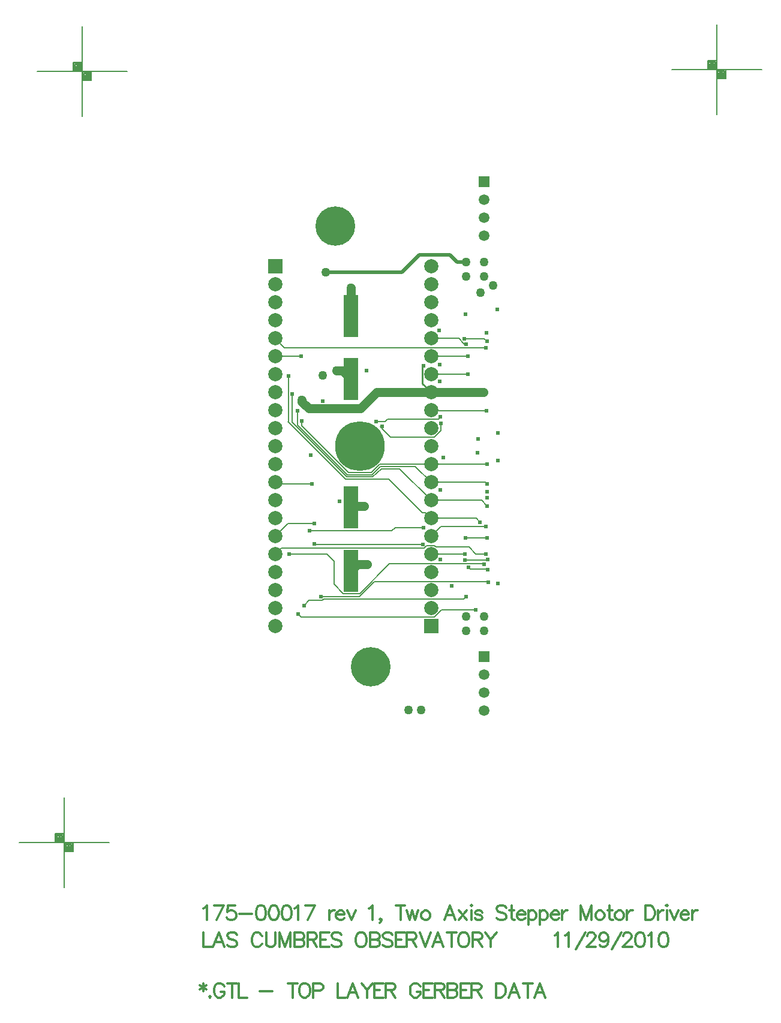
<source format=gtl>
%FSLAX23Y23*%
%MOIN*%
G70*
G01*
G75*
G04 Layer_Physical_Order=1*
G04 Layer_Color=255*
%ADD10R,0.079X0.236*%
%ADD11C,0.007*%
%ADD12C,0.050*%
%ADD13C,0.010*%
%ADD14C,0.020*%
%ADD15C,0.012*%
%ADD16C,0.008*%
%ADD17C,0.012*%
%ADD18C,0.012*%
%ADD19C,0.050*%
%ADD20C,0.079*%
%ADD21R,0.079X0.079*%
%ADD22R,0.059X0.059*%
%ADD23C,0.059*%
%ADD24C,0.276*%
%ADD25C,0.219*%
%ADD26C,0.024*%
D10*
X31838Y22190D02*
D03*
Y22542D02*
D03*
Y21477D02*
D03*
Y21125D02*
D03*
D11*
X32339Y21372D02*
X32589D01*
X32283Y21316D02*
X32339Y21372D01*
X32283Y21516D02*
X32563D01*
X32585Y21616D02*
X32594Y21607D01*
X32283Y21616D02*
X32585D01*
X32284Y21717D02*
X32593D01*
X32283Y21716D02*
X32284Y21717D01*
X32284Y22014D02*
X32592D01*
X32283Y22016D02*
X32284Y22014D01*
X32283Y21216D02*
X32470D01*
X32470Y21216D01*
X32468Y22413D02*
X32579D01*
X32593Y22399D01*
X32475Y21308D02*
X32594D01*
X32474Y21307D02*
X32475Y21308D01*
X32469Y22383D02*
X32476D01*
X32283Y22416D02*
X32436D01*
X32469Y22383D01*
X32471Y21183D02*
X32472Y21184D01*
X32284Y22217D02*
X32486D01*
X32283Y22216D02*
X32284Y22217D01*
X32283Y22316D02*
X32489D01*
X32489Y22316D01*
X32595Y21484D02*
X32601D01*
X32563Y21516D02*
X32595Y21484D01*
X32534Y21416D02*
X32555Y21395D01*
X32283Y21416D02*
X32534D01*
X32236Y21272D02*
X32240Y21268D01*
X31635Y21272D02*
X32236D01*
X31634Y21273D02*
X31635Y21272D01*
X32083Y21365D02*
X32241D01*
X32065Y21347D02*
X32083Y21365D01*
X31607Y21347D02*
X32065D01*
X32041Y21968D02*
X32324D01*
X32028Y21955D02*
X32041Y21968D01*
X31979Y21955D02*
X32028D01*
X32339Y21904D02*
Y21945D01*
X32302Y21868D02*
X32339Y21904D01*
X32056Y21868D02*
X32302D01*
X32001Y21927D02*
X32002D01*
X32531Y21218D02*
X32587D01*
X32493Y21256D02*
X32531Y21218D01*
X32302Y21264D02*
X32310Y21256D01*
X32256Y21264D02*
X32302D01*
X32310Y21256D02*
X32493D01*
X32244Y21252D02*
X32256Y21264D01*
X32193Y21252D02*
X32244D01*
X32193Y21251D02*
X32193Y21252D01*
X31881Y21251D02*
X32193D01*
X31881Y21251D02*
X31881Y21251D01*
X31452Y21251D02*
X31881D01*
X31416Y21216D02*
X31452Y21251D01*
X32501Y21134D02*
X32597D01*
X32492Y21143D02*
X32501Y21134D01*
X32573Y21164D02*
X32578Y21159D01*
X32480Y21164D02*
X32573D01*
X32479Y21163D02*
X32480Y21164D01*
X32304Y21163D02*
X32479D01*
X31795Y20998D02*
X31886D01*
X32302Y21164D02*
X32304Y21163D01*
X32051Y21164D02*
X32302D01*
X31886Y20998D02*
X32051Y21164D01*
X31743Y21050D02*
X31795Y20998D01*
X31743Y21050D02*
Y21178D01*
X31494Y21218D02*
X31703D01*
X31743Y21178D01*
X32598Y21064D02*
X32602Y21059D01*
X31968Y21064D02*
X32598D01*
X31670Y20981D02*
X31885D01*
X31487Y21386D02*
X31634D01*
X31416Y21316D02*
X31487Y21386D01*
X31885Y20981D02*
X31968Y21064D01*
X32463Y20968D02*
X32476Y20981D01*
X31686Y20968D02*
X32463D01*
X31678Y20961D02*
X31686Y20968D01*
X31604Y20961D02*
X31678D01*
X31576Y20932D02*
X31604Y20961D01*
X31424Y21608D02*
X31622D01*
X31416Y21616D02*
X31424Y21608D01*
X32341Y20906D02*
X32531D01*
X32302Y20868D02*
X32341Y20906D01*
X31561Y20868D02*
X32302D01*
X31545Y20884D02*
X31561Y20868D01*
X31560Y22316D02*
X31560Y22316D01*
X31416Y22316D02*
X31560D01*
X31996Y21716D02*
X32283D01*
X31950Y21670D02*
X31996Y21716D01*
X31823Y21670D02*
X31950D01*
X32195Y21704D02*
X32283Y21616D01*
X32001Y21704D02*
X32195D01*
X31955Y21658D02*
X32001Y21704D01*
X31818Y21658D02*
X31955D01*
X32107Y21692D02*
X32283Y21516D01*
X32006Y21692D02*
X32107D01*
X31959Y21646D02*
X32006Y21692D01*
X31813Y21646D02*
X31959D01*
X32252Y21447D02*
X32283Y21416D01*
X32233Y21447D02*
X32252D01*
X31808Y21634D02*
X32046D01*
X32233Y21447D01*
X31530Y21929D02*
Y21930D01*
X31510Y21950D02*
Y21950D01*
Y21950D02*
X31530Y21930D01*
X31489Y21953D02*
X31808Y21634D01*
X31530Y21929D02*
X31813Y21646D01*
X31542Y21934D02*
X31818Y21658D01*
X31563Y21930D02*
X31823Y21670D01*
X31563Y21930D02*
Y21957D01*
X31564Y21957D01*
X31542Y21934D02*
Y22015D01*
X31542Y22015D02*
X31542Y22015D01*
X31510Y21950D02*
Y22107D01*
X31511Y22108D01*
X31489Y21953D02*
X31490Y21954D01*
Y22208D01*
X31469Y22364D02*
X32302D01*
X31416Y22416D02*
X31469Y22364D01*
X32585Y22363D02*
X32586Y22363D01*
X32304Y22363D02*
X32585D01*
X32302Y22364D02*
X32304Y22363D01*
X32010Y21914D02*
X32056Y21868D01*
X32010Y21914D02*
Y21918D01*
X32001Y21927D02*
X32010Y21918D01*
X32472Y21184D02*
X32599D01*
X32324Y21968D02*
X32333Y21977D01*
X32333Y21977D02*
X32333Y21977D01*
X32333Y21977D02*
Y21979D01*
D12*
X31838Y21125D02*
X31875Y21162D01*
X31926D01*
X31838Y21477D02*
X31845Y21484D01*
X31912D01*
X31791Y22237D02*
X31838Y22190D01*
X31757Y22237D02*
X31791D01*
X31838Y22542D02*
Y22697D01*
X32283Y22116D02*
X32285Y22118D01*
X32573D01*
X31981Y22116D02*
X32283D01*
X31891Y22026D02*
X31981Y22116D01*
X31603Y22026D02*
X31891D01*
X31564Y22065D02*
X31603Y22026D01*
X31564Y22065D02*
Y22075D01*
D13*
X32233Y22259D02*
X32240Y22265D01*
X32233Y22165D02*
Y22259D01*
Y22165D02*
X32283Y22116D01*
D14*
X32428Y22841D02*
X32476D01*
X32388Y22881D02*
X32428Y22841D01*
X32219Y22881D02*
X32388D01*
X32122Y22784D02*
X32219Y22881D01*
X31698Y22784D02*
X32122D01*
D15*
X31016Y18832D02*
Y18786D01*
X30997Y18821D02*
X31035Y18798D01*
Y18821D02*
X30997Y18798D01*
X31055Y18760D02*
X31051Y18756D01*
X31055Y18752D01*
X31059Y18756D01*
X31055Y18760D01*
X31133Y18813D02*
X31130Y18821D01*
X31122Y18828D01*
X31114Y18832D01*
X31099D01*
X31092Y18828D01*
X31084Y18821D01*
X31080Y18813D01*
X31076Y18802D01*
Y18783D01*
X31080Y18771D01*
X31084Y18763D01*
X31092Y18756D01*
X31099Y18752D01*
X31114D01*
X31122Y18756D01*
X31130Y18763D01*
X31133Y18771D01*
Y18783D01*
X31114D02*
X31133D01*
X31178Y18832D02*
Y18752D01*
X31152Y18832D02*
X31205D01*
X31215D02*
Y18752D01*
X31260D01*
X31332Y18786D02*
X31400D01*
X31514Y18832D02*
Y18752D01*
X31487Y18832D02*
X31540D01*
X31573D02*
X31565Y18828D01*
X31557Y18821D01*
X31554Y18813D01*
X31550Y18802D01*
Y18783D01*
X31554Y18771D01*
X31557Y18763D01*
X31565Y18756D01*
X31573Y18752D01*
X31588D01*
X31595Y18756D01*
X31603Y18763D01*
X31607Y18771D01*
X31611Y18783D01*
Y18802D01*
X31607Y18813D01*
X31603Y18821D01*
X31595Y18828D01*
X31588Y18832D01*
X31573D01*
X31629Y18790D02*
X31664D01*
X31675Y18794D01*
X31679Y18798D01*
X31683Y18805D01*
Y18817D01*
X31679Y18824D01*
X31675Y18828D01*
X31664Y18832D01*
X31629D01*
Y18752D01*
X31763Y18832D02*
Y18752D01*
X31809D01*
X31879D02*
X31848Y18832D01*
X31818Y18752D01*
X31829Y18779D02*
X31867D01*
X31898Y18832D02*
X31928Y18794D01*
Y18752D01*
X31958Y18832D02*
X31928Y18794D01*
X32018Y18832D02*
X31969D01*
Y18752D01*
X32018D01*
X31969Y18794D02*
X31999D01*
X32032Y18832D02*
Y18752D01*
Y18832D02*
X32066D01*
X32077Y18828D01*
X32081Y18824D01*
X32085Y18817D01*
Y18809D01*
X32081Y18802D01*
X32077Y18798D01*
X32066Y18794D01*
X32032D01*
X32058D02*
X32085Y18752D01*
X32223Y18813D02*
X32219Y18821D01*
X32211Y18828D01*
X32204Y18832D01*
X32188D01*
X32181Y18828D01*
X32173Y18821D01*
X32169Y18813D01*
X32166Y18802D01*
Y18783D01*
X32169Y18771D01*
X32173Y18763D01*
X32181Y18756D01*
X32188Y18752D01*
X32204D01*
X32211Y18756D01*
X32219Y18763D01*
X32223Y18771D01*
Y18783D01*
X32204D02*
X32223D01*
X32291Y18832D02*
X32241D01*
Y18752D01*
X32291D01*
X32241Y18794D02*
X32272D01*
X32304Y18832D02*
Y18752D01*
Y18832D02*
X32338D01*
X32350Y18828D01*
X32353Y18824D01*
X32357Y18817D01*
Y18809D01*
X32353Y18802D01*
X32350Y18798D01*
X32338Y18794D01*
X32304D01*
X32331D02*
X32357Y18752D01*
X32375Y18832D02*
Y18752D01*
Y18832D02*
X32409D01*
X32421Y18828D01*
X32425Y18824D01*
X32428Y18817D01*
Y18809D01*
X32425Y18802D01*
X32421Y18798D01*
X32409Y18794D01*
X32375D02*
X32409D01*
X32421Y18790D01*
X32425Y18786D01*
X32428Y18779D01*
Y18767D01*
X32425Y18760D01*
X32421Y18756D01*
X32409Y18752D01*
X32375D01*
X32496Y18832D02*
X32446D01*
Y18752D01*
X32496D01*
X32446Y18794D02*
X32477D01*
X32509Y18832D02*
Y18752D01*
Y18832D02*
X32543D01*
X32555Y18828D01*
X32559Y18824D01*
X32563Y18817D01*
Y18809D01*
X32559Y18802D01*
X32555Y18798D01*
X32543Y18794D01*
X32509D01*
X32536D02*
X32563Y18752D01*
X32643Y18832D02*
Y18752D01*
Y18832D02*
X32670D01*
X32681Y18828D01*
X32689Y18821D01*
X32693Y18813D01*
X32697Y18802D01*
Y18783D01*
X32693Y18771D01*
X32689Y18763D01*
X32681Y18756D01*
X32670Y18752D01*
X32643D01*
X32775D02*
X32745Y18832D01*
X32714Y18752D01*
X32726Y18779D02*
X32764D01*
X32821Y18832D02*
Y18752D01*
X32794Y18832D02*
X32847D01*
X32918Y18752D02*
X32887Y18832D01*
X32857Y18752D01*
X32868Y18779D02*
X32906D01*
D16*
X33620Y23910D02*
X34120D01*
X33870Y23660D02*
Y24160D01*
X33820Y23910D02*
Y23960D01*
X33870D01*
X33920Y23860D02*
Y23910D01*
X33870Y23860D02*
X33920D01*
X33875Y23905D02*
X33915D01*
Y23865D02*
Y23905D01*
X33875Y23865D02*
X33915D01*
X33875D02*
Y23905D01*
X33880Y23900D02*
X33910D01*
Y23870D02*
Y23900D01*
X33880Y23870D02*
X33910D01*
X33880D02*
Y23895D01*
X33885D02*
X33905D01*
Y23875D02*
Y23895D01*
X33885Y23875D02*
X33905D01*
X33885D02*
Y23890D01*
X33890D02*
X33900D01*
Y23880D02*
Y23890D01*
X33890Y23880D02*
X33900D01*
X33890D02*
Y23890D01*
Y23885D02*
X33900D01*
X33825Y23955D02*
X33865D01*
Y23915D02*
Y23955D01*
X33825Y23915D02*
X33865D01*
X33825D02*
Y23955D01*
X33830Y23950D02*
X33860D01*
Y23920D02*
Y23950D01*
X33830Y23920D02*
X33860D01*
X33830D02*
Y23945D01*
X33835D02*
X33855D01*
Y23925D02*
Y23945D01*
X33835Y23925D02*
X33855D01*
X33835D02*
Y23940D01*
X33840D02*
X33850D01*
Y23930D02*
Y23940D01*
X33840Y23930D02*
X33850D01*
X33840D02*
Y23940D01*
Y23935D02*
X33850D01*
X30094Y23901D02*
X30594D01*
X30344Y23651D02*
Y24151D01*
X30294Y23901D02*
Y23951D01*
X30344D01*
X30394Y23851D02*
Y23901D01*
X30344Y23851D02*
X30394D01*
X30349Y23896D02*
X30389D01*
Y23856D02*
Y23896D01*
X30349Y23856D02*
X30389D01*
X30349D02*
Y23896D01*
X30354Y23891D02*
X30384D01*
Y23861D02*
Y23891D01*
X30354Y23861D02*
X30384D01*
X30354D02*
Y23886D01*
X30359D02*
X30379D01*
Y23866D02*
Y23886D01*
X30359Y23866D02*
X30379D01*
X30359D02*
Y23881D01*
X30364D02*
X30374D01*
Y23871D02*
Y23881D01*
X30364Y23871D02*
X30374D01*
X30364D02*
Y23881D01*
Y23876D02*
X30374D01*
X30299Y23946D02*
X30339D01*
Y23906D02*
Y23946D01*
X30299Y23906D02*
X30339D01*
X30299D02*
Y23946D01*
X30304Y23941D02*
X30334D01*
Y23911D02*
Y23941D01*
X30304Y23911D02*
X30334D01*
X30304D02*
Y23936D01*
X30309D02*
X30329D01*
Y23916D02*
Y23936D01*
X30309Y23916D02*
X30329D01*
X30309D02*
Y23931D01*
X30314D02*
X30324D01*
Y23921D02*
Y23931D01*
X30314Y23921D02*
X30324D01*
X30314D02*
Y23931D01*
Y23926D02*
X30324D01*
X29995Y19615D02*
X30495D01*
X30245Y19365D02*
Y19865D01*
X30195Y19615D02*
Y19665D01*
X30245D01*
X30295Y19565D02*
Y19615D01*
X30245Y19565D02*
X30295D01*
X30250Y19610D02*
X30290D01*
Y19570D02*
Y19610D01*
X30250Y19570D02*
X30290D01*
X30250D02*
Y19610D01*
X30255Y19605D02*
X30285D01*
Y19575D02*
Y19605D01*
X30255Y19575D02*
X30285D01*
X30255D02*
Y19600D01*
X30260D02*
X30280D01*
Y19580D02*
Y19600D01*
X30260Y19580D02*
X30280D01*
X30260D02*
Y19595D01*
X30265D02*
X30275D01*
Y19585D02*
Y19595D01*
X30265Y19585D02*
X30275D01*
X30265D02*
Y19595D01*
Y19590D02*
X30275D01*
X30200Y19660D02*
X30240D01*
Y19620D02*
Y19660D01*
X30200Y19620D02*
X30240D01*
X30200D02*
Y19660D01*
X30205Y19655D02*
X30235D01*
Y19625D02*
Y19655D01*
X30205Y19625D02*
X30235D01*
X30205D02*
Y19650D01*
X30210D02*
X30230D01*
Y19630D02*
Y19650D01*
X30210Y19630D02*
X30230D01*
X30210D02*
Y19645D01*
X30215D02*
X30225D01*
Y19635D02*
Y19645D01*
X30215Y19635D02*
X30225D01*
X30215D02*
Y19645D01*
Y19640D02*
X30225D01*
D17*
X31018Y19247D02*
X31025Y19251D01*
X31037Y19263D01*
Y19183D01*
X31130Y19263D02*
X31092Y19183D01*
X31076Y19263D02*
X31130D01*
X31193D02*
X31155D01*
X31151Y19228D01*
X31155Y19232D01*
X31167Y19236D01*
X31178D01*
X31190Y19232D01*
X31197Y19225D01*
X31201Y19213D01*
Y19205D01*
X31197Y19194D01*
X31190Y19186D01*
X31178Y19183D01*
X31167D01*
X31155Y19186D01*
X31151Y19190D01*
X31148Y19198D01*
X31219Y19217D02*
X31287D01*
X31334Y19263D02*
X31322Y19259D01*
X31315Y19247D01*
X31311Y19228D01*
Y19217D01*
X31315Y19198D01*
X31322Y19186D01*
X31334Y19183D01*
X31342D01*
X31353Y19186D01*
X31361Y19198D01*
X31364Y19217D01*
Y19228D01*
X31361Y19247D01*
X31353Y19259D01*
X31342Y19263D01*
X31334D01*
X31405D02*
X31394Y19259D01*
X31386Y19247D01*
X31382Y19228D01*
Y19217D01*
X31386Y19198D01*
X31394Y19186D01*
X31405Y19183D01*
X31413D01*
X31424Y19186D01*
X31432Y19198D01*
X31436Y19217D01*
Y19228D01*
X31432Y19247D01*
X31424Y19259D01*
X31413Y19263D01*
X31405D01*
X31476D02*
X31465Y19259D01*
X31457Y19247D01*
X31454Y19228D01*
Y19217D01*
X31457Y19198D01*
X31465Y19186D01*
X31476Y19183D01*
X31484D01*
X31495Y19186D01*
X31503Y19198D01*
X31507Y19217D01*
Y19228D01*
X31503Y19247D01*
X31495Y19259D01*
X31484Y19263D01*
X31476D01*
X31525Y19247D02*
X31532Y19251D01*
X31544Y19263D01*
Y19183D01*
X31637Y19263D02*
X31599Y19183D01*
X31583Y19263D02*
X31637D01*
X31717Y19236D02*
Y19183D01*
Y19213D02*
X31721Y19225D01*
X31729Y19232D01*
X31736Y19236D01*
X31748D01*
X31755Y19213D02*
X31801D01*
Y19221D01*
X31797Y19228D01*
X31793Y19232D01*
X31786Y19236D01*
X31774D01*
X31767Y19232D01*
X31759Y19225D01*
X31755Y19213D01*
Y19205D01*
X31759Y19194D01*
X31767Y19186D01*
X31774Y19183D01*
X31786D01*
X31793Y19186D01*
X31801Y19194D01*
X31818Y19236D02*
X31841Y19183D01*
X31864Y19236D02*
X31841Y19183D01*
X31939Y19247D02*
X31947Y19251D01*
X31959Y19263D01*
Y19183D01*
X32006Y19186D02*
X32002Y19183D01*
X31998Y19186D01*
X32002Y19190D01*
X32006Y19186D01*
Y19179D01*
X32002Y19171D01*
X31998Y19167D01*
X32113Y19263D02*
Y19183D01*
X32086Y19263D02*
X32139D01*
X32149Y19236D02*
X32164Y19183D01*
X32179Y19236D02*
X32164Y19183D01*
X32179Y19236D02*
X32195Y19183D01*
X32210Y19236D02*
X32195Y19183D01*
X32248Y19236D02*
X32240Y19232D01*
X32232Y19225D01*
X32229Y19213D01*
Y19205D01*
X32232Y19194D01*
X32240Y19186D01*
X32248Y19183D01*
X32259D01*
X32267Y19186D01*
X32274Y19194D01*
X32278Y19205D01*
Y19213D01*
X32274Y19225D01*
X32267Y19232D01*
X32259Y19236D01*
X32248D01*
X32419Y19183D02*
X32389Y19263D01*
X32358Y19183D01*
X32370Y19209D02*
X32408D01*
X32438Y19236D02*
X32480Y19183D01*
Y19236D02*
X32438Y19183D01*
X32504Y19263D02*
X32508Y19259D01*
X32512Y19263D01*
X32508Y19266D01*
X32504Y19263D01*
X32508Y19236D02*
Y19183D01*
X32568Y19225D02*
X32564Y19232D01*
X32553Y19236D01*
X32541D01*
X32530Y19232D01*
X32526Y19225D01*
X32530Y19217D01*
X32537Y19213D01*
X32557Y19209D01*
X32564Y19205D01*
X32568Y19198D01*
Y19194D01*
X32564Y19186D01*
X32553Y19183D01*
X32541D01*
X32530Y19186D01*
X32526Y19194D01*
X32701Y19251D02*
X32693Y19259D01*
X32682Y19263D01*
X32667D01*
X32655Y19259D01*
X32648Y19251D01*
Y19244D01*
X32651Y19236D01*
X32655Y19232D01*
X32663Y19228D01*
X32686Y19221D01*
X32693Y19217D01*
X32697Y19213D01*
X32701Y19205D01*
Y19194D01*
X32693Y19186D01*
X32682Y19183D01*
X32667D01*
X32655Y19186D01*
X32648Y19194D01*
X32730Y19263D02*
Y19198D01*
X32734Y19186D01*
X32742Y19183D01*
X32749D01*
X32719Y19236D02*
X32745D01*
X32761Y19213D02*
X32806D01*
Y19221D01*
X32803Y19228D01*
X32799Y19232D01*
X32791Y19236D01*
X32780D01*
X32772Y19232D01*
X32764Y19225D01*
X32761Y19213D01*
Y19205D01*
X32764Y19194D01*
X32772Y19186D01*
X32780Y19183D01*
X32791D01*
X32799Y19186D01*
X32806Y19194D01*
X32823Y19236D02*
Y19156D01*
Y19225D02*
X32831Y19232D01*
X32839Y19236D01*
X32850D01*
X32858Y19232D01*
X32865Y19225D01*
X32869Y19213D01*
Y19205D01*
X32865Y19194D01*
X32858Y19186D01*
X32850Y19183D01*
X32839D01*
X32831Y19186D01*
X32823Y19194D01*
X32886Y19236D02*
Y19156D01*
Y19225D02*
X32894Y19232D01*
X32902Y19236D01*
X32913D01*
X32921Y19232D01*
X32928Y19225D01*
X32932Y19213D01*
Y19205D01*
X32928Y19194D01*
X32921Y19186D01*
X32913Y19183D01*
X32902D01*
X32894Y19186D01*
X32886Y19194D01*
X32949Y19213D02*
X32995D01*
Y19221D01*
X32991Y19228D01*
X32987Y19232D01*
X32980Y19236D01*
X32968D01*
X32961Y19232D01*
X32953Y19225D01*
X32949Y19213D01*
Y19205D01*
X32953Y19194D01*
X32961Y19186D01*
X32968Y19183D01*
X32980D01*
X32987Y19186D01*
X32995Y19194D01*
X33012Y19236D02*
Y19183D01*
Y19213D02*
X33016Y19225D01*
X33023Y19232D01*
X33031Y19236D01*
X33042D01*
X33113Y19263D02*
Y19183D01*
Y19263D02*
X33143Y19183D01*
X33174Y19263D02*
X33143Y19183D01*
X33174Y19263D02*
Y19183D01*
X33215Y19236D02*
X33208Y19232D01*
X33200Y19225D01*
X33196Y19213D01*
Y19205D01*
X33200Y19194D01*
X33208Y19186D01*
X33215Y19183D01*
X33227D01*
X33234Y19186D01*
X33242Y19194D01*
X33246Y19205D01*
Y19213D01*
X33242Y19225D01*
X33234Y19232D01*
X33227Y19236D01*
X33215D01*
X33275Y19263D02*
Y19198D01*
X33279Y19186D01*
X33286Y19183D01*
X33294D01*
X33263Y19236D02*
X33290D01*
X33324D02*
X33317Y19232D01*
X33309Y19225D01*
X33305Y19213D01*
Y19205D01*
X33309Y19194D01*
X33317Y19186D01*
X33324Y19183D01*
X33336D01*
X33343Y19186D01*
X33351Y19194D01*
X33355Y19205D01*
Y19213D01*
X33351Y19225D01*
X33343Y19232D01*
X33336Y19236D01*
X33324D01*
X33372D02*
Y19183D01*
Y19213D02*
X33376Y19225D01*
X33384Y19232D01*
X33391Y19236D01*
X33403D01*
X33473Y19263D02*
Y19183D01*
Y19263D02*
X33500D01*
X33511Y19259D01*
X33519Y19251D01*
X33522Y19244D01*
X33526Y19232D01*
Y19213D01*
X33522Y19202D01*
X33519Y19194D01*
X33511Y19186D01*
X33500Y19183D01*
X33473D01*
X33544Y19236D02*
Y19183D01*
Y19213D02*
X33548Y19225D01*
X33556Y19232D01*
X33563Y19236D01*
X33575D01*
X33589Y19263D02*
X33593Y19259D01*
X33597Y19263D01*
X33593Y19266D01*
X33589Y19263D01*
X33593Y19236D02*
Y19183D01*
X33611Y19236D02*
X33634Y19183D01*
X33657Y19236D02*
X33634Y19183D01*
X33670Y19213D02*
X33715D01*
Y19221D01*
X33712Y19228D01*
X33708Y19232D01*
X33700Y19236D01*
X33689D01*
X33681Y19232D01*
X33674Y19225D01*
X33670Y19213D01*
Y19205D01*
X33674Y19194D01*
X33681Y19186D01*
X33689Y19183D01*
X33700D01*
X33708Y19186D01*
X33715Y19194D01*
X33733Y19236D02*
Y19183D01*
Y19213D02*
X33736Y19225D01*
X33744Y19232D01*
X33752Y19236D01*
X33763D01*
D18*
X31018Y19113D02*
Y19033D01*
X31063D01*
X31133D02*
X31103Y19113D01*
X31072Y19033D01*
X31084Y19059D02*
X31122D01*
X31205Y19101D02*
X31198Y19109D01*
X31186Y19113D01*
X31171D01*
X31159Y19109D01*
X31152Y19101D01*
Y19094D01*
X31156Y19086D01*
X31159Y19082D01*
X31167Y19078D01*
X31190Y19071D01*
X31198Y19067D01*
X31201Y19063D01*
X31205Y19055D01*
Y19044D01*
X31198Y19036D01*
X31186Y19033D01*
X31171D01*
X31159Y19036D01*
X31152Y19044D01*
X31343Y19094D02*
X31339Y19101D01*
X31332Y19109D01*
X31324Y19113D01*
X31309D01*
X31301Y19109D01*
X31294Y19101D01*
X31290Y19094D01*
X31286Y19082D01*
Y19063D01*
X31290Y19052D01*
X31294Y19044D01*
X31301Y19036D01*
X31309Y19033D01*
X31324D01*
X31332Y19036D01*
X31339Y19044D01*
X31343Y19052D01*
X31366Y19113D02*
Y19055D01*
X31369Y19044D01*
X31377Y19036D01*
X31388Y19033D01*
X31396D01*
X31407Y19036D01*
X31415Y19044D01*
X31419Y19055D01*
Y19113D01*
X31441D02*
Y19033D01*
Y19113D02*
X31471Y19033D01*
X31502Y19113D02*
X31471Y19033D01*
X31502Y19113D02*
Y19033D01*
X31525Y19113D02*
Y19033D01*
Y19113D02*
X31559D01*
X31570Y19109D01*
X31574Y19105D01*
X31578Y19097D01*
Y19090D01*
X31574Y19082D01*
X31570Y19078D01*
X31559Y19075D01*
X31525D02*
X31559D01*
X31570Y19071D01*
X31574Y19067D01*
X31578Y19059D01*
Y19048D01*
X31574Y19040D01*
X31570Y19036D01*
X31559Y19033D01*
X31525D01*
X31596Y19113D02*
Y19033D01*
Y19113D02*
X31630D01*
X31642Y19109D01*
X31645Y19105D01*
X31649Y19097D01*
Y19090D01*
X31645Y19082D01*
X31642Y19078D01*
X31630Y19075D01*
X31596D01*
X31623D02*
X31649Y19033D01*
X31717Y19113D02*
X31667D01*
Y19033D01*
X31717D01*
X31667Y19075D02*
X31698D01*
X31783Y19101D02*
X31776Y19109D01*
X31764Y19113D01*
X31749D01*
X31738Y19109D01*
X31730Y19101D01*
Y19094D01*
X31734Y19086D01*
X31738Y19082D01*
X31745Y19078D01*
X31768Y19071D01*
X31776Y19067D01*
X31780Y19063D01*
X31783Y19055D01*
Y19044D01*
X31776Y19036D01*
X31764Y19033D01*
X31749D01*
X31738Y19036D01*
X31730Y19044D01*
X31887Y19113D02*
X31879Y19109D01*
X31872Y19101D01*
X31868Y19094D01*
X31864Y19082D01*
Y19063D01*
X31868Y19052D01*
X31872Y19044D01*
X31879Y19036D01*
X31887Y19033D01*
X31902D01*
X31910Y19036D01*
X31917Y19044D01*
X31921Y19052D01*
X31925Y19063D01*
Y19082D01*
X31921Y19094D01*
X31917Y19101D01*
X31910Y19109D01*
X31902Y19113D01*
X31887D01*
X31944D02*
Y19033D01*
Y19113D02*
X31978D01*
X31989Y19109D01*
X31993Y19105D01*
X31997Y19097D01*
Y19090D01*
X31993Y19082D01*
X31989Y19078D01*
X31978Y19075D01*
X31944D02*
X31978D01*
X31989Y19071D01*
X31993Y19067D01*
X31997Y19059D01*
Y19048D01*
X31993Y19040D01*
X31989Y19036D01*
X31978Y19033D01*
X31944D01*
X32068Y19101D02*
X32061Y19109D01*
X32049Y19113D01*
X32034D01*
X32023Y19109D01*
X32015Y19101D01*
Y19094D01*
X32019Y19086D01*
X32023Y19082D01*
X32030Y19078D01*
X32053Y19071D01*
X32061Y19067D01*
X32064Y19063D01*
X32068Y19055D01*
Y19044D01*
X32061Y19036D01*
X32049Y19033D01*
X32034D01*
X32023Y19036D01*
X32015Y19044D01*
X32136Y19113D02*
X32086D01*
Y19033D01*
X32136D01*
X32086Y19075D02*
X32117D01*
X32149Y19113D02*
Y19033D01*
Y19113D02*
X32183D01*
X32195Y19109D01*
X32198Y19105D01*
X32202Y19097D01*
Y19090D01*
X32198Y19082D01*
X32195Y19078D01*
X32183Y19075D01*
X32149D01*
X32176D02*
X32202Y19033D01*
X32220Y19113D02*
X32251Y19033D01*
X32281Y19113D02*
X32251Y19033D01*
X32352D02*
X32322Y19113D01*
X32291Y19033D01*
X32303Y19059D02*
X32341D01*
X32398Y19113D02*
Y19033D01*
X32371Y19113D02*
X32424D01*
X32457D02*
X32449Y19109D01*
X32441Y19101D01*
X32438Y19094D01*
X32434Y19082D01*
Y19063D01*
X32438Y19052D01*
X32441Y19044D01*
X32449Y19036D01*
X32457Y19033D01*
X32472D01*
X32480Y19036D01*
X32487Y19044D01*
X32491Y19052D01*
X32495Y19063D01*
Y19082D01*
X32491Y19094D01*
X32487Y19101D01*
X32480Y19109D01*
X32472Y19113D01*
X32457D01*
X32513D02*
Y19033D01*
Y19113D02*
X32548D01*
X32559Y19109D01*
X32563Y19105D01*
X32567Y19097D01*
Y19090D01*
X32563Y19082D01*
X32559Y19078D01*
X32548Y19075D01*
X32513D01*
X32540D02*
X32567Y19033D01*
X32585Y19113D02*
X32615Y19075D01*
Y19033D01*
X32646Y19113D02*
X32615Y19075D01*
X32970Y19097D02*
X32978Y19101D01*
X32989Y19113D01*
Y19033D01*
X33029Y19097D02*
X33036Y19101D01*
X33048Y19113D01*
Y19033D01*
X33087Y19021D02*
X33141Y19113D01*
X33150Y19094D02*
Y19097D01*
X33154Y19105D01*
X33158Y19109D01*
X33165Y19113D01*
X33180D01*
X33188Y19109D01*
X33192Y19105D01*
X33196Y19097D01*
Y19090D01*
X33192Y19082D01*
X33184Y19071D01*
X33146Y19033D01*
X33199D01*
X33267Y19086D02*
X33263Y19075D01*
X33255Y19067D01*
X33244Y19063D01*
X33240D01*
X33229Y19067D01*
X33221Y19075D01*
X33217Y19086D01*
Y19090D01*
X33221Y19101D01*
X33229Y19109D01*
X33240Y19113D01*
X33244D01*
X33255Y19109D01*
X33263Y19101D01*
X33267Y19086D01*
Y19067D01*
X33263Y19048D01*
X33255Y19036D01*
X33244Y19033D01*
X33236D01*
X33225Y19036D01*
X33221Y19044D01*
X33289Y19021D02*
X33342Y19113D01*
X33351Y19094D02*
Y19097D01*
X33355Y19105D01*
X33359Y19109D01*
X33366Y19113D01*
X33381D01*
X33389Y19109D01*
X33393Y19105D01*
X33397Y19097D01*
Y19090D01*
X33393Y19082D01*
X33385Y19071D01*
X33347Y19033D01*
X33401D01*
X33441Y19113D02*
X33430Y19109D01*
X33422Y19097D01*
X33418Y19078D01*
Y19067D01*
X33422Y19048D01*
X33430Y19036D01*
X33441Y19033D01*
X33449D01*
X33460Y19036D01*
X33468Y19048D01*
X33472Y19067D01*
Y19078D01*
X33468Y19097D01*
X33460Y19109D01*
X33449Y19113D01*
X33441D01*
X33490Y19097D02*
X33497Y19101D01*
X33509Y19113D01*
Y19033D01*
X33571Y19113D02*
X33560Y19109D01*
X33552Y19097D01*
X33548Y19078D01*
Y19067D01*
X33552Y19048D01*
X33560Y19036D01*
X33571Y19033D01*
X33579D01*
X33590Y19036D01*
X33598Y19048D01*
X33602Y19067D01*
Y19078D01*
X33598Y19097D01*
X33590Y19109D01*
X33579Y19113D01*
X33571D01*
D19*
X32476Y22841D02*
D03*
Y22762D02*
D03*
X32576Y22761D02*
D03*
Y22841D02*
D03*
Y20791D02*
D03*
X32476D02*
D03*
Y20871D02*
D03*
X32576D02*
D03*
X32228Y20351D02*
D03*
X32158D02*
D03*
X32628Y22711D02*
D03*
X32558Y22671D02*
D03*
X31926Y21162D02*
D03*
X31912Y21484D02*
D03*
X31757Y22237D02*
D03*
X31838Y22697D02*
D03*
X31698Y22784D02*
D03*
X31681Y22210D02*
D03*
X32573Y22118D02*
D03*
X31564Y22075D02*
D03*
D20*
X31416Y20816D02*
D03*
Y20916D02*
D03*
Y21016D02*
D03*
Y21116D02*
D03*
Y21216D02*
D03*
Y21316D02*
D03*
Y21416D02*
D03*
Y21516D02*
D03*
Y21616D02*
D03*
Y21716D02*
D03*
Y21816D02*
D03*
Y21916D02*
D03*
Y22016D02*
D03*
Y22116D02*
D03*
Y22216D02*
D03*
Y22316D02*
D03*
Y22416D02*
D03*
Y22516D02*
D03*
Y22616D02*
D03*
Y22716D02*
D03*
X32283Y20916D02*
D03*
Y21016D02*
D03*
Y21116D02*
D03*
Y21216D02*
D03*
Y21316D02*
D03*
Y21416D02*
D03*
Y21516D02*
D03*
Y21616D02*
D03*
Y21716D02*
D03*
Y21816D02*
D03*
Y21916D02*
D03*
Y22016D02*
D03*
Y22116D02*
D03*
Y22216D02*
D03*
Y22316D02*
D03*
Y22416D02*
D03*
Y22516D02*
D03*
Y22616D02*
D03*
Y22716D02*
D03*
Y22816D02*
D03*
D21*
X31416D02*
D03*
X32283Y20816D02*
D03*
D22*
X32578Y23286D02*
D03*
Y20646D02*
D03*
D23*
Y23186D02*
D03*
Y23086D02*
D03*
Y22986D02*
D03*
Y20546D02*
D03*
Y20446D02*
D03*
Y20346D02*
D03*
D24*
X31889Y21816D02*
D03*
D25*
X31751Y23040D02*
D03*
X31948Y20591D02*
D03*
D26*
X32594Y21308D02*
D03*
X32589Y21372D02*
D03*
X32594Y21607D02*
D03*
X32593Y21717D02*
D03*
X32592Y22014D02*
D03*
X32470Y21216D02*
D03*
X32468Y22413D02*
D03*
X32593Y22399D02*
D03*
X32474Y21307D02*
D03*
X32476Y22383D02*
D03*
X32471Y21183D02*
D03*
X32486Y22217D02*
D03*
X32489Y22316D02*
D03*
X32598Y21132D02*
D03*
X32595Y21484D02*
D03*
X32593Y21530D02*
D03*
X32555Y21395D02*
D03*
X32236Y21272D02*
D03*
X31634Y21273D02*
D03*
X32241Y21365D02*
D03*
X31607Y21347D02*
D03*
X31979Y21955D02*
D03*
X32492Y21143D02*
D03*
X31494Y21218D02*
D03*
X32602Y21059D02*
D03*
X31670Y20981D02*
D03*
X31634Y21386D02*
D03*
X32476Y20981D02*
D03*
X31576Y20932D02*
D03*
X31622Y21608D02*
D03*
X32531Y20906D02*
D03*
X31545Y20884D02*
D03*
X31560Y22316D02*
D03*
X31613Y21766D02*
D03*
X31775Y21511D02*
D03*
X31681Y22068D02*
D03*
X31924Y22236D02*
D03*
X31563Y21957D02*
D03*
X31542Y22015D02*
D03*
X31511Y22108D02*
D03*
X31490Y22208D02*
D03*
X32240Y22265D02*
D03*
X32654Y21892D02*
D03*
X32653Y21737D02*
D03*
X32593Y21565D02*
D03*
X32654Y21053D02*
D03*
X32399Y21042D02*
D03*
X32334Y21573D02*
D03*
X32544Y21856D02*
D03*
X32331Y22177D02*
D03*
Y22269D02*
D03*
X32328Y22460D02*
D03*
X32475Y22549D02*
D03*
X32652Y22577D02*
D03*
X32590Y22448D02*
D03*
X32586Y22363D02*
D03*
X32352Y21754D02*
D03*
X32541Y21782D02*
D03*
X32010Y21928D02*
D03*
X32578Y21159D02*
D03*
X32587Y21218D02*
D03*
X32598Y21186D02*
D03*
X32339Y21945D02*
D03*
X32333Y21979D02*
D03*
X32334Y21187D02*
D03*
M02*

</source>
